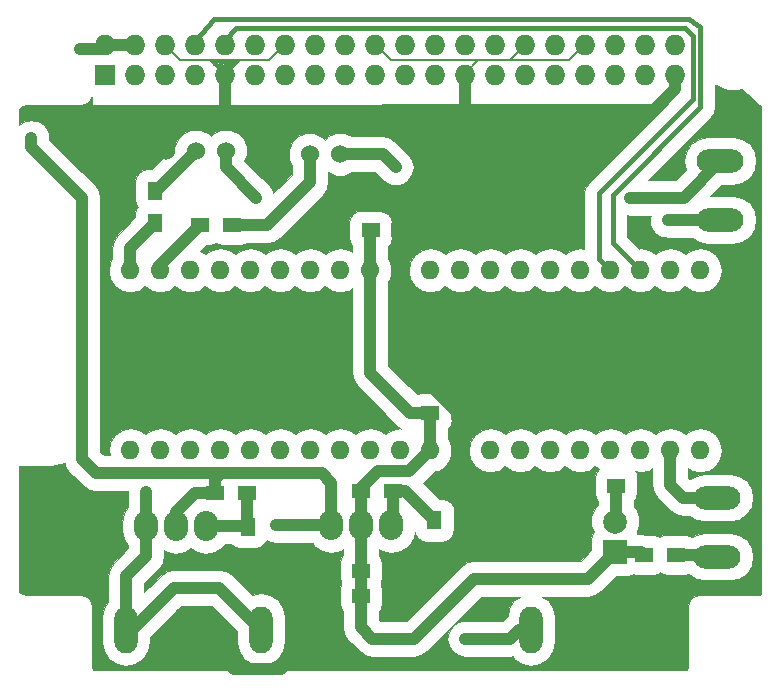
<source format=gbr>
G04 #@! TF.FileFunction,Copper,L2,Bot,Signal*
%FSLAX46Y46*%
G04 Gerber Fmt 4.6, Leading zero omitted, Abs format (unit mm)*
G04 Created by KiCad (PCBNEW 4.0.2-stable) date Sat 04 Jun 2016 09:29:27 PM CEST*
%MOMM*%
G01*
G04 APERTURE LIST*
%ADD10C,0.100000*%
%ADD11R,1.500000X1.300000*%
%ADD12R,1.500000X1.250000*%
%ADD13R,2.000000X2.000000*%
%ADD14C,2.000000*%
%ADD15R,1.727200X1.727200*%
%ADD16O,1.727200X1.727200*%
%ADD17R,1.300000X1.500000*%
%ADD18O,2.032000X2.540000*%
%ADD19O,1.600000X1.600000*%
%ADD20C,1.524000*%
%ADD21O,1.981200X3.962400*%
%ADD22O,3.962400X1.981200*%
%ADD23C,0.889000*%
%ADD24C,1.000000*%
%ADD25C,0.200000*%
%ADD26C,0.400000*%
%ADD27C,0.500000*%
%ADD28C,0.050000*%
G04 APERTURE END LIST*
D10*
D11*
X156570000Y-110844000D03*
X153870000Y-110844000D03*
D12*
X135770000Y-89230000D03*
X138270000Y-89230000D03*
X140840000Y-104680000D03*
X143340000Y-104680000D03*
X134960000Y-120220000D03*
X137460000Y-120220000D03*
X134960000Y-118030000D03*
X137460000Y-118030000D03*
D13*
X156490000Y-116432000D03*
D14*
X156490000Y-113892000D03*
D15*
X113260000Y-76060000D03*
D16*
X113260000Y-73520000D03*
X115800000Y-76060000D03*
X115800000Y-73520000D03*
X118340000Y-76060000D03*
X118340000Y-73520000D03*
X120880000Y-76060000D03*
X120880000Y-73520000D03*
X123420000Y-76060000D03*
X123420000Y-73520000D03*
X125960000Y-76060000D03*
X125960000Y-73520000D03*
X128500000Y-76060000D03*
X128500000Y-73520000D03*
X131040000Y-76060000D03*
X131040000Y-73520000D03*
X133580000Y-76060000D03*
X133580000Y-73520000D03*
X136120000Y-76060000D03*
X136120000Y-73520000D03*
X138660000Y-76060000D03*
X138660000Y-73520000D03*
X141200000Y-76060000D03*
X141200000Y-73520000D03*
X143740000Y-76060000D03*
X143740000Y-73520000D03*
X146280000Y-76060000D03*
X146280000Y-73520000D03*
X148820000Y-76060000D03*
X148820000Y-73520000D03*
X151360000Y-76060000D03*
X151360000Y-73520000D03*
X153900000Y-76060000D03*
X153900000Y-73520000D03*
X156440000Y-76060000D03*
X156440000Y-73520000D03*
X158980000Y-76060000D03*
X158980000Y-73520000D03*
X161520000Y-76060000D03*
X161520000Y-73520000D03*
D11*
X122630000Y-111470000D03*
X125330000Y-111470000D03*
D17*
X125390000Y-114320000D03*
X125390000Y-117020000D03*
D11*
X158950000Y-116686000D03*
X161650000Y-116686000D03*
X124050000Y-88800000D03*
X121350000Y-88800000D03*
D17*
X117560000Y-85870000D03*
X117560000Y-88570000D03*
X141170000Y-113790000D03*
X141170000Y-116490000D03*
D11*
X135000000Y-111290000D03*
X137700000Y-111290000D03*
D18*
X119300000Y-114270000D03*
X116760000Y-114270000D03*
X121840000Y-114270000D03*
D19*
X115430000Y-107850000D03*
X117970000Y-107850000D03*
X120510000Y-107850000D03*
X123050000Y-107850000D03*
X125590000Y-107850000D03*
X128130000Y-107850000D03*
X130670000Y-107850000D03*
X133210000Y-107850000D03*
X135750000Y-107850000D03*
X138290000Y-107850000D03*
X140830000Y-107850000D03*
X143370000Y-107850000D03*
X145910000Y-107850000D03*
X148450000Y-107850000D03*
X150990000Y-107850000D03*
X153530000Y-107850000D03*
X156070000Y-107850000D03*
X158610000Y-107850000D03*
X161150000Y-107850000D03*
X163690000Y-107850000D03*
X163690000Y-92610000D03*
X161150000Y-92610000D03*
X158610000Y-92610000D03*
X156070000Y-92610000D03*
X153530000Y-92610000D03*
X150990000Y-92610000D03*
X148450000Y-92610000D03*
X145910000Y-92610000D03*
X143370000Y-92610000D03*
X140830000Y-92610000D03*
X138290000Y-92610000D03*
X135750000Y-92610000D03*
X133210000Y-92610000D03*
X130670000Y-92610000D03*
X128130000Y-92610000D03*
X125590000Y-92610000D03*
X123050000Y-92610000D03*
X120510000Y-92610000D03*
X117970000Y-92610000D03*
X115430000Y-92610000D03*
D18*
X135000000Y-114180000D03*
X132460000Y-114180000D03*
X137540000Y-114180000D03*
D20*
X130660000Y-82800000D03*
X128120000Y-82800000D03*
X133200000Y-82800000D03*
X120960000Y-82500000D03*
X118420000Y-82500000D03*
X123500000Y-82500000D03*
D21*
X149378000Y-123036000D03*
X154378000Y-123036000D03*
X126518000Y-123036000D03*
X131518000Y-123036000D03*
X115088000Y-123036000D03*
X120088000Y-123036000D03*
D22*
X165126000Y-111860000D03*
X165126000Y-116860000D03*
X165380000Y-88365000D03*
X165380000Y-83365000D03*
D23*
X115376902Y-81240914D03*
X108600000Y-110449180D03*
X111140000Y-73870000D03*
X116780000Y-111400000D03*
X143790000Y-123798000D03*
X127788000Y-114146000D03*
X107060000Y-81400000D03*
X160935000Y-88365000D03*
X137900000Y-83900000D03*
X126100000Y-86500000D03*
X157760000Y-86460000D03*
D24*
X120088000Y-123036000D02*
X120930000Y-123036000D01*
X120930000Y-123036000D02*
X124232000Y-126338000D01*
X124232000Y-126338000D02*
X128216000Y-126338000D01*
X128216000Y-126338000D02*
X131518000Y-123036000D01*
D25*
X124350000Y-75150000D02*
X123850000Y-75150000D01*
X123850000Y-75150000D02*
X123420000Y-75580000D01*
X123420000Y-75580000D02*
X123420000Y-76060000D01*
X123300000Y-74900000D02*
X124400000Y-74900000D01*
X123400000Y-75050000D02*
X123750000Y-75050000D01*
X124000000Y-75300000D02*
X123700000Y-75300000D01*
X123750000Y-75050000D02*
X124000000Y-75300000D01*
X123700000Y-75300000D02*
X123420000Y-75020000D01*
X123420000Y-75020000D02*
X123420000Y-75050000D01*
X123420000Y-76060000D02*
X123420000Y-75880000D01*
X123420000Y-75880000D02*
X124100000Y-75200000D01*
X123300000Y-74900000D02*
X124100000Y-74900000D01*
X124100000Y-74900000D02*
X124250000Y-75050000D01*
X123050000Y-75050000D02*
X123420000Y-75050000D01*
X123420000Y-75050000D02*
X123400000Y-75050000D01*
X123400000Y-75050000D02*
X124250000Y-75050000D01*
X124250000Y-75050000D02*
X124400000Y-74900000D01*
X124400000Y-74900000D02*
X124500000Y-74800000D01*
X122900000Y-75300000D02*
X122900000Y-75200000D01*
X122900000Y-75200000D02*
X123050000Y-75050000D01*
X123050000Y-75050000D02*
X123100000Y-75000000D01*
X123000000Y-75200000D02*
X122900000Y-75300000D01*
X123100000Y-75000000D02*
X123100000Y-74900000D01*
X122800000Y-75200000D02*
X122800000Y-75100000D01*
X122800000Y-75100000D02*
X123000000Y-74900000D01*
X122550000Y-75200000D02*
X122550000Y-75150000D01*
X122550000Y-75150000D02*
X122800000Y-74900000D01*
X122350000Y-74950000D02*
X122550000Y-74950000D01*
X122550000Y-74950000D02*
X122600000Y-74900000D01*
X123420000Y-74900000D02*
X123300000Y-74900000D01*
X123300000Y-74900000D02*
X123100000Y-74900000D01*
X123100000Y-74900000D02*
X123000000Y-74900000D01*
X123000000Y-74900000D02*
X122800000Y-74900000D01*
X122800000Y-74900000D02*
X122600000Y-74900000D01*
X122600000Y-74900000D02*
X122600000Y-74800000D01*
X122600000Y-75200000D02*
X122550000Y-75200000D01*
X122550000Y-75200000D02*
X122800000Y-75200000D01*
X122800000Y-75200000D02*
X123000000Y-75200000D01*
X123000000Y-75200000D02*
X123200000Y-75200000D01*
X123200000Y-75200000D02*
X123300000Y-75100000D01*
D24*
X143740000Y-76060000D02*
X143740000Y-80060000D01*
X143740000Y-80060000D02*
X143730000Y-80060000D01*
X123420000Y-76060000D02*
X123420000Y-80060000D01*
X123420000Y-80060000D02*
X123370000Y-80060000D01*
D25*
X123420000Y-76060000D02*
X123440000Y-76060000D01*
X123440000Y-76060000D02*
X124350000Y-75150000D01*
X124350000Y-75150000D02*
X124700000Y-74800000D01*
X123420000Y-76060000D02*
X123420000Y-76020000D01*
X123420000Y-76020000D02*
X122600000Y-75200000D01*
X122600000Y-75200000D02*
X122350000Y-74950000D01*
X122350000Y-74950000D02*
X122200000Y-74800000D01*
X123420000Y-76060000D02*
X123420000Y-74900000D01*
X123420000Y-74900000D02*
X123420000Y-74800000D01*
X123400000Y-74900000D02*
X123400000Y-74800000D01*
X123400000Y-74820000D02*
X123400000Y-74900000D01*
X123420000Y-74800000D02*
X123400000Y-74820000D01*
X128500000Y-73520000D02*
X128480000Y-73520000D01*
X128480000Y-73520000D02*
X127200000Y-74800000D01*
X127200000Y-74800000D02*
X124700000Y-74800000D01*
X124700000Y-74800000D02*
X124500000Y-74800000D01*
X124500000Y-74800000D02*
X123400000Y-74800000D01*
X123400000Y-74800000D02*
X122600000Y-74800000D01*
X122600000Y-74800000D02*
X122200000Y-74800000D01*
X122200000Y-74800000D02*
X119620000Y-74800000D01*
X119620000Y-74800000D02*
X118340000Y-73520000D01*
X136120000Y-73520000D02*
X136220000Y-73520000D01*
X136220000Y-73520000D02*
X137500000Y-74800000D01*
X137500000Y-74800000D02*
X144900000Y-74800000D01*
X153900000Y-73520000D02*
X153880000Y-73520000D01*
X153880000Y-73520000D02*
X152600000Y-74800000D01*
X152600000Y-74800000D02*
X147540000Y-74800000D01*
X143740000Y-76060000D02*
X143740000Y-75960000D01*
X143740000Y-75960000D02*
X144900000Y-74800000D01*
X147540000Y-74800000D02*
X148820000Y-73520000D01*
X144900000Y-74800000D02*
X147540000Y-74800000D01*
X115376902Y-81240914D02*
X115342000Y-86206000D01*
D24*
X158741314Y-80060000D02*
X143730000Y-80060000D01*
X161520000Y-77281314D02*
X158741314Y-80060000D01*
X161520000Y-76060000D02*
X161520000Y-77281314D01*
X143730000Y-80060000D02*
X130725000Y-80060000D01*
X130725000Y-80060000D02*
X123370000Y-80060000D01*
X123370000Y-80060000D02*
X118809430Y-80060000D01*
X118809430Y-80060000D02*
X118580000Y-80289430D01*
X123730000Y-80099430D02*
X123690570Y-80060000D01*
X123690570Y-80060000D02*
X123370000Y-80060000D01*
X138270000Y-89230000D02*
X138270000Y-87605000D01*
X138290000Y-92610000D02*
X138290000Y-89250000D01*
X138290000Y-89250000D02*
X138270000Y-89230000D01*
X138290000Y-92610000D02*
X138290000Y-99755000D01*
X138290000Y-99755000D02*
X143215000Y-104680000D01*
X143215000Y-104680000D02*
X143340000Y-104680000D01*
X143370000Y-107850000D02*
X143370000Y-104710000D01*
X143370000Y-104710000D02*
X143340000Y-104680000D01*
X143370000Y-111140000D02*
X143370000Y-108981370D01*
X143370000Y-115940000D02*
X143370000Y-111140000D01*
X141170000Y-116490000D02*
X142820000Y-116490000D01*
X142820000Y-116490000D02*
X143370000Y-115940000D01*
X143370000Y-108981370D02*
X143370000Y-107850000D01*
X137460000Y-118030000D02*
X140650000Y-118030000D01*
X140650000Y-118030000D02*
X141170000Y-117510000D01*
X141170000Y-117510000D02*
X141170000Y-116490000D01*
X137460000Y-120220000D02*
X137460000Y-118030000D01*
X113260000Y-73520000D02*
X115800000Y-73520000D01*
X111140000Y-73870000D02*
X112910000Y-73870000D01*
X112910000Y-73870000D02*
X113260000Y-73520000D01*
X134960000Y-120220000D02*
X134960000Y-122842000D01*
X154204000Y-118718000D02*
X156490000Y-116432000D01*
X144552000Y-118718000D02*
X154204000Y-118718000D01*
X139472000Y-123798000D02*
X144552000Y-118718000D01*
X135916000Y-123798000D02*
X139472000Y-123798000D01*
X134960000Y-122842000D02*
X135916000Y-123798000D01*
X156490000Y-116432000D02*
X158696000Y-116432000D01*
X158696000Y-116432000D02*
X158950000Y-116686000D01*
X159040000Y-116776000D02*
X158950000Y-116686000D01*
X158890000Y-116746000D02*
X158950000Y-116686000D01*
X135750000Y-92610000D02*
X135750000Y-89250000D01*
X135750000Y-89250000D02*
X135770000Y-89230000D01*
X140840000Y-104680000D02*
X139090000Y-104680000D01*
X139090000Y-104680000D02*
X135750000Y-101340000D01*
X135750000Y-101340000D02*
X135750000Y-93741370D01*
X135750000Y-93741370D02*
X135750000Y-92610000D01*
X140830000Y-107850000D02*
X140830000Y-104690000D01*
X140830000Y-104690000D02*
X140840000Y-104680000D01*
X136420000Y-109620000D02*
X139060000Y-109620000D01*
X139060000Y-109620000D02*
X140830000Y-107850000D01*
X135000000Y-111040000D02*
X136420000Y-109620000D01*
X135000000Y-111290000D02*
X135000000Y-111040000D01*
X135000000Y-114180000D02*
X135000000Y-111290000D01*
X134960000Y-120220000D02*
X134960000Y-118030000D01*
X134960000Y-118030000D02*
X134960000Y-114220000D01*
X134960000Y-114220000D02*
X135000000Y-114180000D01*
X115088000Y-123036000D02*
X115088000Y-123544000D01*
X115088000Y-123544000D02*
X119152000Y-119480000D01*
X122962000Y-119480000D02*
X126518000Y-123036000D01*
X119152000Y-119480000D02*
X122962000Y-119480000D01*
X116760000Y-114270000D02*
X116760000Y-116792000D01*
X115088000Y-118464000D02*
X115088000Y-123036000D01*
X116760000Y-116792000D02*
X115088000Y-118464000D01*
X116760000Y-114270000D02*
X116760000Y-111420000D01*
X116760000Y-111420000D02*
X116780000Y-111400000D01*
X148362000Y-123036000D02*
X149378000Y-123036000D01*
X147600000Y-123798000D02*
X148362000Y-123036000D01*
X143790000Y-123798000D02*
X147600000Y-123798000D01*
X132460000Y-114180000D02*
X127822000Y-114180000D01*
X127822000Y-114180000D02*
X127788000Y-114146000D01*
X111330000Y-86480000D02*
X107060000Y-82210000D01*
X107060000Y-82210000D02*
X107060000Y-81400000D01*
X111330000Y-108590000D02*
X111330000Y-86480000D01*
X112550000Y-109810000D02*
X111330000Y-108590000D01*
X123080000Y-109810000D02*
X112550000Y-109810000D01*
X131640000Y-109810000D02*
X132460000Y-110630000D01*
X132460000Y-110630000D02*
X132460000Y-114180000D01*
X123080000Y-109810000D02*
X131640000Y-109810000D01*
X122630000Y-110260000D02*
X123080000Y-109810000D01*
X122630000Y-111470000D02*
X122630000Y-110260000D01*
X119300000Y-114270000D02*
X119300000Y-113050000D01*
X119300000Y-113050000D02*
X120880000Y-111470000D01*
X120880000Y-111470000D02*
X122630000Y-111470000D01*
X156570000Y-110844000D02*
X156570000Y-113812000D01*
X156570000Y-113812000D02*
X156490000Y-113892000D01*
X117970000Y-92610000D02*
X117970000Y-92180000D01*
X117970000Y-92180000D02*
X121350000Y-88800000D01*
D25*
X121780000Y-88800000D02*
X121910000Y-88800000D01*
D24*
X137700000Y-111290000D02*
X138670000Y-111290000D01*
X138670000Y-111290000D02*
X141170000Y-113790000D01*
X137700000Y-111290000D02*
X137700000Y-114020000D01*
X137700000Y-114020000D02*
X137540000Y-114180000D01*
D25*
X120880000Y-73520000D02*
X120880000Y-73220000D01*
D26*
X120880000Y-73220000D02*
X122500000Y-71300000D01*
X122500000Y-71300000D02*
X162700000Y-71300000D01*
X162700000Y-71300000D02*
X163700000Y-72000000D01*
X163700000Y-72000000D02*
X163700000Y-78800000D01*
X163700000Y-78800000D02*
X156300000Y-86200000D01*
X156300000Y-86200000D02*
X156300000Y-90300000D01*
X156300000Y-90300000D02*
X158610000Y-92610000D01*
D25*
X123420000Y-73520000D02*
X123420000Y-73080000D01*
D26*
X123420000Y-73080000D02*
X124400000Y-72100000D01*
X155100000Y-91640000D02*
X156070000Y-92610000D01*
X155100000Y-86100000D02*
X155100000Y-91640000D01*
X163100000Y-78100000D02*
X155100000Y-86100000D01*
X163100000Y-72800000D02*
X163100000Y-78100000D01*
X162400000Y-72100000D02*
X163100000Y-72800000D01*
X124400000Y-72100000D02*
X162400000Y-72100000D01*
D24*
X161150000Y-107850000D02*
X161150000Y-110805000D01*
X162205000Y-111860000D02*
X165380000Y-111860000D01*
X161150000Y-110805000D02*
X162205000Y-111860000D01*
X161650000Y-116686000D02*
X164952000Y-116686000D01*
X164952000Y-116686000D02*
X165126000Y-116860000D01*
D27*
X161770000Y-116566000D02*
X161650000Y-116686000D01*
D24*
X160935000Y-88365000D02*
X165380000Y-88365000D01*
X133200000Y-82800000D02*
X136800000Y-82800000D01*
X136800000Y-82800000D02*
X137900000Y-83900000D01*
X157760000Y-86460000D02*
X162285000Y-86460000D01*
X123500000Y-83900000D02*
X126100000Y-86500000D01*
X123500000Y-82500000D02*
X123500000Y-83900000D01*
X162285000Y-86460000D02*
X165380000Y-83365000D01*
X124050000Y-88800000D02*
X127000000Y-88800000D01*
X130660000Y-85140000D02*
X130660000Y-82800000D01*
X127000000Y-88800000D02*
X130660000Y-85140000D01*
X117560000Y-85870000D02*
X117590000Y-85870000D01*
X117590000Y-85870000D02*
X120960000Y-82500000D01*
X125330000Y-111470000D02*
X125330000Y-114260000D01*
X125330000Y-114260000D02*
X125390000Y-114320000D01*
X121840000Y-114270000D02*
X125340000Y-114270000D01*
X125340000Y-114270000D02*
X125390000Y-114320000D01*
X117560000Y-88570000D02*
X117550000Y-88570000D01*
X117550000Y-88570000D02*
X115430000Y-90690000D01*
X115430000Y-90690000D02*
X115430000Y-92610000D01*
D25*
X115430000Y-92610000D02*
X115430000Y-90800000D01*
X115430000Y-90800000D02*
X117560000Y-88670000D01*
X117560000Y-88670000D02*
X117560000Y-88570000D01*
D28*
G36*
X164987909Y-76959232D02*
X165915569Y-77344431D01*
X166920024Y-77345307D01*
X167191120Y-77233293D01*
X168652676Y-78638025D01*
X168665123Y-78644520D01*
X168845000Y-78680300D01*
X168845000Y-120059700D01*
X168667536Y-120095000D01*
X163670000Y-120095000D01*
X163665123Y-120095480D01*
X163282440Y-120171600D01*
X163273428Y-120175333D01*
X162949004Y-120392106D01*
X162942106Y-120399004D01*
X162725333Y-120723428D01*
X162721600Y-120732440D01*
X162645480Y-121115123D01*
X162645000Y-121120000D01*
X162645000Y-126117536D01*
X162570330Y-126492929D01*
X162568946Y-126495000D01*
X112271054Y-126495000D01*
X112269670Y-126492929D01*
X112195000Y-126117536D01*
X112195000Y-121120000D01*
X112194520Y-121115123D01*
X112118400Y-120732440D01*
X112114667Y-120723428D01*
X111897894Y-120399004D01*
X111890996Y-120392106D01*
X111566572Y-120175333D01*
X111557560Y-120171600D01*
X111174877Y-120095480D01*
X111170000Y-120095000D01*
X106672464Y-120095000D01*
X106297071Y-120020330D01*
X105995000Y-119818493D01*
X105995000Y-109175876D01*
X106000123Y-109150123D01*
X106025876Y-109145000D01*
X108920000Y-109145000D01*
X109023844Y-109124344D01*
X109129721Y-109124344D01*
X109512404Y-109048224D01*
X109866936Y-108901373D01*
X109921084Y-109173592D01*
X110251662Y-109668338D01*
X111471662Y-110888338D01*
X111966408Y-111218916D01*
X112550000Y-111335001D01*
X112550005Y-111335000D01*
X115251908Y-111335000D01*
X115235000Y-111420000D01*
X115235000Y-112650248D01*
X114874362Y-113189981D01*
X114719000Y-113971038D01*
X114719000Y-114568962D01*
X114874362Y-115350019D01*
X115235000Y-115889752D01*
X115235000Y-116160324D01*
X114009662Y-117385662D01*
X113679084Y-117880408D01*
X113563000Y-118464000D01*
X113563000Y-120710556D01*
X113225828Y-121215168D01*
X113072400Y-121986505D01*
X113072400Y-124085495D01*
X113225828Y-124856832D01*
X113662756Y-125510739D01*
X114316663Y-125947667D01*
X115088000Y-126101095D01*
X115859337Y-125947667D01*
X116513244Y-125510739D01*
X116950172Y-124856832D01*
X117103600Y-124085495D01*
X117103600Y-123685076D01*
X119783676Y-121005000D01*
X122330324Y-121005000D01*
X124502400Y-123177076D01*
X124502400Y-124085495D01*
X124655828Y-124856832D01*
X125092756Y-125510739D01*
X125746663Y-125947667D01*
X126518000Y-126101095D01*
X127289337Y-125947667D01*
X127943244Y-125510739D01*
X128380172Y-124856832D01*
X128533600Y-124085495D01*
X128533600Y-121986505D01*
X128380172Y-121215168D01*
X127943244Y-120561261D01*
X127289337Y-120124333D01*
X126518000Y-119970905D01*
X125760297Y-120121621D01*
X124040338Y-118401662D01*
X123545592Y-118071084D01*
X122962000Y-117955000D01*
X119152000Y-117955000D01*
X118568408Y-118071084D01*
X118073662Y-118401662D01*
X116613000Y-119862324D01*
X116613000Y-119095676D01*
X117838338Y-117870338D01*
X118168916Y-117375592D01*
X118285000Y-116792000D01*
X118285000Y-116298284D01*
X118518943Y-116454600D01*
X119300000Y-116609962D01*
X120081057Y-116454600D01*
X120570000Y-116127899D01*
X121058943Y-116454600D01*
X121840000Y-116609962D01*
X122621057Y-116454600D01*
X123283205Y-116012167D01*
X123428311Y-115795000D01*
X123988496Y-115795000D01*
X123990879Y-115798704D01*
X124333405Y-116032742D01*
X124740000Y-116115080D01*
X126040000Y-116115080D01*
X126419842Y-116043608D01*
X126768704Y-115819121D01*
X127002742Y-115476595D01*
X127010795Y-115436830D01*
X127238408Y-115588916D01*
X127822000Y-115705000D01*
X130871689Y-115705000D01*
X131016795Y-115922167D01*
X131678943Y-116364600D01*
X132460000Y-116519962D01*
X133241057Y-116364600D01*
X133435000Y-116235011D01*
X133435000Y-116723635D01*
X133247258Y-116998405D01*
X133164920Y-117405000D01*
X133164920Y-118655000D01*
X133236392Y-119034842D01*
X133292551Y-119122116D01*
X133247258Y-119188405D01*
X133164920Y-119595000D01*
X133164920Y-120845000D01*
X133236392Y-121224842D01*
X133435000Y-121533487D01*
X133435000Y-122842000D01*
X133551084Y-123425592D01*
X133881662Y-123920338D01*
X134837662Y-124876338D01*
X135332408Y-125206916D01*
X135916000Y-125323000D01*
X139472000Y-125323000D01*
X140055592Y-125206916D01*
X140550338Y-124876338D01*
X145183676Y-120243000D01*
X148429066Y-120243000D01*
X147952756Y-120561261D01*
X147515828Y-121215168D01*
X147381086Y-121892566D01*
X147283662Y-121957662D01*
X146968324Y-122273000D01*
X143790000Y-122273000D01*
X143512202Y-122328258D01*
X143498981Y-122328246D01*
X143486654Y-122333339D01*
X143206408Y-122389084D01*
X142970904Y-122546442D01*
X142958683Y-122551492D01*
X142949242Y-122560916D01*
X142711662Y-122719662D01*
X142554304Y-122955165D01*
X142544945Y-122964508D01*
X142539829Y-122976829D01*
X142381084Y-123214408D01*
X142325827Y-123492204D01*
X142320756Y-123504416D01*
X142320744Y-123517755D01*
X142265000Y-123798000D01*
X142320258Y-124075798D01*
X142320246Y-124089019D01*
X142325339Y-124101346D01*
X142381084Y-124381592D01*
X142538442Y-124617096D01*
X142543492Y-124629317D01*
X142552916Y-124638758D01*
X142711662Y-124876338D01*
X142947165Y-125033696D01*
X142956508Y-125043055D01*
X142968829Y-125048171D01*
X143206408Y-125206916D01*
X143484204Y-125262173D01*
X143496416Y-125267244D01*
X143509755Y-125267256D01*
X143790000Y-125323000D01*
X147600000Y-125323000D01*
X147800645Y-125283089D01*
X147952756Y-125510739D01*
X148606663Y-125947667D01*
X149378000Y-126101095D01*
X150149337Y-125947667D01*
X150803244Y-125510739D01*
X151240172Y-124856832D01*
X151393600Y-124085495D01*
X151393600Y-121986505D01*
X151240172Y-121215168D01*
X150803244Y-120561261D01*
X150326934Y-120243000D01*
X154204000Y-120243000D01*
X154787592Y-120126916D01*
X155282338Y-119796338D01*
X156601596Y-118477080D01*
X157490000Y-118477080D01*
X157869842Y-118405608D01*
X157977866Y-118336096D01*
X158200000Y-118381080D01*
X159700000Y-118381080D01*
X160079842Y-118309608D01*
X160301014Y-118167287D01*
X160493405Y-118298742D01*
X160900000Y-118381080D01*
X162400000Y-118381080D01*
X162707965Y-118323133D01*
X163305168Y-118722172D01*
X164076505Y-118875600D01*
X166175495Y-118875600D01*
X166946832Y-118722172D01*
X167600739Y-118285244D01*
X168037667Y-117631337D01*
X168191095Y-116860000D01*
X168037667Y-116088663D01*
X167600739Y-115434756D01*
X166946832Y-114997828D01*
X166175495Y-114844400D01*
X164076505Y-114844400D01*
X163305168Y-114997828D01*
X163060965Y-115161000D01*
X162935010Y-115161000D01*
X162806595Y-115073258D01*
X162400000Y-114990920D01*
X160900000Y-114990920D01*
X160520158Y-115062392D01*
X160298986Y-115204713D01*
X160106595Y-115073258D01*
X159700000Y-114990920D01*
X159117893Y-114990920D01*
X158696000Y-114907000D01*
X158370201Y-114907000D01*
X158303934Y-114804018D01*
X158514648Y-114296565D01*
X158515351Y-113490970D01*
X158207712Y-112746428D01*
X158095000Y-112633519D01*
X158095000Y-112175365D01*
X158282742Y-111900595D01*
X158365080Y-111494000D01*
X158365080Y-110194000D01*
X158293608Y-109814158D01*
X158170861Y-109623404D01*
X158610000Y-109710754D01*
X159308397Y-109571834D01*
X159625000Y-109360287D01*
X159625000Y-110805000D01*
X159741084Y-111388592D01*
X160071662Y-111883338D01*
X161126662Y-112938338D01*
X161621408Y-113268916D01*
X162205000Y-113385000D01*
X162800556Y-113385000D01*
X163305168Y-113722172D01*
X164076505Y-113875600D01*
X166175495Y-113875600D01*
X166946832Y-113722172D01*
X167600739Y-113285244D01*
X168037667Y-112631337D01*
X168191095Y-111860000D01*
X168037667Y-111088663D01*
X167600739Y-110434756D01*
X166946832Y-109997828D01*
X166175495Y-109844400D01*
X164076505Y-109844400D01*
X163305168Y-109997828D01*
X162822208Y-110320532D01*
X162675000Y-110173324D01*
X162675000Y-109360287D01*
X162991603Y-109571834D01*
X163690000Y-109710754D01*
X164388397Y-109571834D01*
X164980470Y-109176224D01*
X165376080Y-108584151D01*
X165515000Y-107885754D01*
X165515000Y-107814246D01*
X165376080Y-107115849D01*
X164980470Y-106523776D01*
X164388397Y-106128166D01*
X163690000Y-105989246D01*
X162991603Y-106128166D01*
X162420000Y-106510098D01*
X161848397Y-106128166D01*
X161150000Y-105989246D01*
X160451603Y-106128166D01*
X159880000Y-106510098D01*
X159308397Y-106128166D01*
X158610000Y-105989246D01*
X157911603Y-106128166D01*
X157340000Y-106510098D01*
X156768397Y-106128166D01*
X156070000Y-105989246D01*
X155371603Y-106128166D01*
X154800000Y-106510098D01*
X154228397Y-106128166D01*
X153530000Y-105989246D01*
X152831603Y-106128166D01*
X152260000Y-106510098D01*
X151688397Y-106128166D01*
X150990000Y-105989246D01*
X150291603Y-106128166D01*
X149720000Y-106510098D01*
X149148397Y-106128166D01*
X148450000Y-105989246D01*
X147751603Y-106128166D01*
X147180000Y-106510098D01*
X146608397Y-106128166D01*
X145910000Y-105989246D01*
X145211603Y-106128166D01*
X144619530Y-106523776D01*
X144223920Y-107115849D01*
X144085000Y-107814246D01*
X144085000Y-107885754D01*
X144223920Y-108584151D01*
X144619530Y-109176224D01*
X145211603Y-109571834D01*
X145910000Y-109710754D01*
X146608397Y-109571834D01*
X147180000Y-109189902D01*
X147751603Y-109571834D01*
X148450000Y-109710754D01*
X149148397Y-109571834D01*
X149720000Y-109189902D01*
X150291603Y-109571834D01*
X150990000Y-109710754D01*
X151688397Y-109571834D01*
X152260000Y-109189902D01*
X152831603Y-109571834D01*
X153530000Y-109710754D01*
X154228397Y-109571834D01*
X154800000Y-109189902D01*
X155137299Y-109415277D01*
X155091296Y-109444879D01*
X154857258Y-109787405D01*
X154774920Y-110194000D01*
X154774920Y-111494000D01*
X154846392Y-111873842D01*
X155045000Y-112182487D01*
X155045000Y-112473194D01*
X154774290Y-112743432D01*
X154465352Y-113487435D01*
X154464649Y-114293030D01*
X154676818Y-114806517D01*
X154527258Y-115025405D01*
X154444920Y-115432000D01*
X154444920Y-116320404D01*
X153572324Y-117193000D01*
X144552000Y-117193000D01*
X143968408Y-117309084D01*
X143473662Y-117639662D01*
X138840324Y-122273000D01*
X136547676Y-122273000D01*
X136485000Y-122210324D01*
X136485000Y-121526365D01*
X136672742Y-121251595D01*
X136755080Y-120845000D01*
X136755080Y-119595000D01*
X136683608Y-119215158D01*
X136627449Y-119127884D01*
X136672742Y-119061595D01*
X136755080Y-118655000D01*
X136755080Y-117405000D01*
X136683608Y-117025158D01*
X136485000Y-116716513D01*
X136485000Y-116181557D01*
X136758943Y-116364600D01*
X137540000Y-116519962D01*
X138321057Y-116364600D01*
X138983205Y-115922167D01*
X139425638Y-115260019D01*
X139520585Y-114782689D01*
X139546392Y-114919842D01*
X139770879Y-115268704D01*
X140113405Y-115502742D01*
X140520000Y-115585080D01*
X141820000Y-115585080D01*
X142199842Y-115513608D01*
X142548704Y-115289121D01*
X142782742Y-114946595D01*
X142865080Y-114540000D01*
X142865080Y-113040000D01*
X142793608Y-112660158D01*
X142569121Y-112311296D01*
X142226595Y-112077258D01*
X141820000Y-111994920D01*
X141531596Y-111994920D01*
X140186676Y-110650000D01*
X141199400Y-109637276D01*
X141528397Y-109571834D01*
X142120470Y-109176224D01*
X142516080Y-108584151D01*
X142655000Y-107885754D01*
X142655000Y-107814246D01*
X142516080Y-107115849D01*
X142355000Y-106874775D01*
X142355000Y-106001000D01*
X142552742Y-105711595D01*
X142635080Y-105305000D01*
X142635080Y-104055000D01*
X142563608Y-103675158D01*
X142339121Y-103326296D01*
X141996595Y-103092258D01*
X141590000Y-103009920D01*
X140090000Y-103009920D01*
X139710158Y-103081392D01*
X139672378Y-103105702D01*
X137275000Y-100708324D01*
X137275000Y-93585225D01*
X137436080Y-93344151D01*
X137575000Y-92645754D01*
X137575000Y-92574246D01*
X137436080Y-91875849D01*
X137275000Y-91634775D01*
X137275000Y-90565636D01*
X137482742Y-90261595D01*
X137565080Y-89855000D01*
X137565080Y-88605000D01*
X137493608Y-88225158D01*
X137269121Y-87876296D01*
X136926595Y-87642258D01*
X136520000Y-87559920D01*
X135020000Y-87559920D01*
X134640158Y-87631392D01*
X134291296Y-87855879D01*
X134057258Y-88198405D01*
X133974920Y-88605000D01*
X133974920Y-89855000D01*
X134046392Y-90234842D01*
X134225000Y-90512406D01*
X134225000Y-91099713D01*
X133908397Y-90888166D01*
X133210000Y-90749246D01*
X132511603Y-90888166D01*
X131940000Y-91270098D01*
X131368397Y-90888166D01*
X130670000Y-90749246D01*
X129971603Y-90888166D01*
X129400000Y-91270098D01*
X128828397Y-90888166D01*
X128130000Y-90749246D01*
X127431603Y-90888166D01*
X126860000Y-91270098D01*
X126288397Y-90888166D01*
X125590000Y-90749246D01*
X124891603Y-90888166D01*
X124320000Y-91270098D01*
X123748397Y-90888166D01*
X123050000Y-90749246D01*
X122351603Y-90888166D01*
X121780000Y-91270098D01*
X121334351Y-90972325D01*
X121811596Y-90495080D01*
X122100000Y-90495080D01*
X122479842Y-90423608D01*
X122701014Y-90281287D01*
X122893405Y-90412742D01*
X123300000Y-90495080D01*
X124800000Y-90495080D01*
X125179842Y-90423608D01*
X125333083Y-90325000D01*
X127000000Y-90325000D01*
X127583592Y-90208916D01*
X128078338Y-89878338D01*
X131738338Y-86218338D01*
X132068916Y-85723592D01*
X132185000Y-85140000D01*
X132185000Y-84312635D01*
X132186424Y-84314061D01*
X132842984Y-84586689D01*
X133553897Y-84587309D01*
X134188734Y-84325000D01*
X136168324Y-84325000D01*
X136821662Y-84978338D01*
X137057165Y-85135696D01*
X137066508Y-85145055D01*
X137078829Y-85150171D01*
X137316408Y-85308916D01*
X137594204Y-85364173D01*
X137606416Y-85369244D01*
X137619755Y-85369256D01*
X137900000Y-85425000D01*
X138177798Y-85369742D01*
X138191019Y-85369754D01*
X138203346Y-85364661D01*
X138483592Y-85308916D01*
X138719096Y-85151558D01*
X138731317Y-85146508D01*
X138740758Y-85137084D01*
X138978338Y-84978338D01*
X139135696Y-84742835D01*
X139145055Y-84733492D01*
X139150171Y-84721171D01*
X139308916Y-84483592D01*
X139364173Y-84205796D01*
X139369244Y-84193584D01*
X139369256Y-84180245D01*
X139425000Y-83900000D01*
X139369742Y-83622202D01*
X139369754Y-83608981D01*
X139364661Y-83596654D01*
X139308916Y-83316408D01*
X139151558Y-83080904D01*
X139146508Y-83068683D01*
X139137084Y-83059242D01*
X138978338Y-82821662D01*
X137878338Y-81721662D01*
X137383592Y-81391084D01*
X136800000Y-81275000D01*
X134187232Y-81275000D01*
X133557016Y-81013311D01*
X132846103Y-81012691D01*
X132189068Y-81284172D01*
X131929989Y-81542800D01*
X131673576Y-81285939D01*
X131017016Y-81013311D01*
X130306103Y-81012691D01*
X129649068Y-81284172D01*
X129145939Y-81786424D01*
X128873311Y-82442984D01*
X128872691Y-83153897D01*
X129135000Y-83788734D01*
X129135000Y-84508324D01*
X127545085Y-86098239D01*
X127508916Y-85916408D01*
X127351558Y-85680904D01*
X127346508Y-85668683D01*
X127337084Y-85659242D01*
X127178338Y-85421662D01*
X125089229Y-83332553D01*
X125286689Y-82857016D01*
X125287309Y-82146103D01*
X125015828Y-81489068D01*
X124513576Y-80985939D01*
X123857016Y-80713311D01*
X123146103Y-80712691D01*
X122489068Y-80984172D01*
X122229989Y-81242800D01*
X121973576Y-80985939D01*
X121317016Y-80713311D01*
X120606103Y-80712691D01*
X119949068Y-80984172D01*
X119445939Y-81486424D01*
X119182522Y-82120802D01*
X117228404Y-84074920D01*
X116910000Y-84074920D01*
X116530158Y-84146392D01*
X116181296Y-84370879D01*
X115947258Y-84713405D01*
X115864920Y-85120000D01*
X115864920Y-86620000D01*
X115936392Y-86999842D01*
X116078713Y-87221014D01*
X115947258Y-87413405D01*
X115864920Y-87820000D01*
X115864920Y-88098404D01*
X114351662Y-89611662D01*
X114021084Y-90106408D01*
X113905000Y-90690000D01*
X113905000Y-91634775D01*
X113743920Y-91875849D01*
X113605000Y-92574246D01*
X113605000Y-92645754D01*
X113743920Y-93344151D01*
X114139530Y-93936224D01*
X114731603Y-94331834D01*
X115430000Y-94470754D01*
X116128397Y-94331834D01*
X116700000Y-93949902D01*
X117271603Y-94331834D01*
X117970000Y-94470754D01*
X118668397Y-94331834D01*
X119240000Y-93949902D01*
X119811603Y-94331834D01*
X120510000Y-94470754D01*
X121208397Y-94331834D01*
X121780000Y-93949902D01*
X122351603Y-94331834D01*
X123050000Y-94470754D01*
X123748397Y-94331834D01*
X124320000Y-93949902D01*
X124891603Y-94331834D01*
X125590000Y-94470754D01*
X126288397Y-94331834D01*
X126860000Y-93949902D01*
X127431603Y-94331834D01*
X128130000Y-94470754D01*
X128828397Y-94331834D01*
X129400000Y-93949902D01*
X129971603Y-94331834D01*
X130670000Y-94470754D01*
X131368397Y-94331834D01*
X131940000Y-93949902D01*
X132511603Y-94331834D01*
X133210000Y-94470754D01*
X133908397Y-94331834D01*
X134225000Y-94120287D01*
X134225000Y-101340000D01*
X134341084Y-101923592D01*
X134671662Y-102418338D01*
X138011662Y-105758338D01*
X138385743Y-106008291D01*
X138290000Y-105989246D01*
X137591603Y-106128166D01*
X137020000Y-106510098D01*
X136448397Y-106128166D01*
X135750000Y-105989246D01*
X135051603Y-106128166D01*
X134480000Y-106510098D01*
X133908397Y-106128166D01*
X133210000Y-105989246D01*
X132511603Y-106128166D01*
X131940000Y-106510098D01*
X131368397Y-106128166D01*
X130670000Y-105989246D01*
X129971603Y-106128166D01*
X129400000Y-106510098D01*
X128828397Y-106128166D01*
X128130000Y-105989246D01*
X127431603Y-106128166D01*
X126860000Y-106510098D01*
X126288397Y-106128166D01*
X125590000Y-105989246D01*
X124891603Y-106128166D01*
X124320000Y-106510098D01*
X123748397Y-106128166D01*
X123050000Y-105989246D01*
X122351603Y-106128166D01*
X121780000Y-106510098D01*
X121208397Y-106128166D01*
X120510000Y-105989246D01*
X119811603Y-106128166D01*
X119240000Y-106510098D01*
X118668397Y-106128166D01*
X117970000Y-105989246D01*
X117271603Y-106128166D01*
X116700000Y-106510098D01*
X116128397Y-106128166D01*
X115430000Y-105989246D01*
X114731603Y-106128166D01*
X114139530Y-106523776D01*
X113743920Y-107115849D01*
X113605000Y-107814246D01*
X113605000Y-107885754D01*
X113684415Y-108285000D01*
X113181676Y-108285000D01*
X112855000Y-107958324D01*
X112855000Y-86480000D01*
X112738916Y-85896408D01*
X112408338Y-85401662D01*
X108585000Y-81578324D01*
X108585000Y-81400000D01*
X108529742Y-81122202D01*
X108529754Y-81108981D01*
X108524661Y-81096654D01*
X108468916Y-80816408D01*
X108311558Y-80580904D01*
X108306508Y-80568683D01*
X108297084Y-80559242D01*
X108138338Y-80321662D01*
X107902835Y-80164304D01*
X107893492Y-80154945D01*
X107881171Y-80149829D01*
X107643592Y-79991084D01*
X107365796Y-79935827D01*
X107353584Y-79930756D01*
X107340245Y-79930744D01*
X107060000Y-79875000D01*
X106782202Y-79930258D01*
X106768981Y-79930246D01*
X106756654Y-79935339D01*
X106476408Y-79991084D01*
X106240904Y-80148442D01*
X106228683Y-80153492D01*
X106219242Y-80162916D01*
X105995000Y-80312750D01*
X105995000Y-78921507D01*
X106297071Y-78719670D01*
X106672464Y-78645000D01*
X111170000Y-78645000D01*
X111174877Y-78644520D01*
X111557560Y-78568400D01*
X111566572Y-78564667D01*
X111890996Y-78347894D01*
X111897894Y-78340996D01*
X112114667Y-78016572D01*
X112118400Y-78007560D01*
X112136599Y-77916069D01*
X112154110Y-77919615D01*
X112155000Y-78552592D01*
X112156719Y-78561667D01*
X112162098Y-78570007D01*
X112170297Y-78575597D01*
X112180026Y-78577557D01*
X160940281Y-78527308D01*
X154233794Y-85233794D01*
X153968248Y-85631213D01*
X153875000Y-86100000D01*
X153875000Y-90817871D01*
X153530000Y-90749246D01*
X152831603Y-90888166D01*
X152260000Y-91270098D01*
X151688397Y-90888166D01*
X150990000Y-90749246D01*
X150291603Y-90888166D01*
X149720000Y-91270098D01*
X149148397Y-90888166D01*
X148450000Y-90749246D01*
X147751603Y-90888166D01*
X147180000Y-91270098D01*
X146608397Y-90888166D01*
X145910000Y-90749246D01*
X145211603Y-90888166D01*
X144640000Y-91270098D01*
X144068397Y-90888166D01*
X143370000Y-90749246D01*
X142671603Y-90888166D01*
X142100000Y-91270098D01*
X141528397Y-90888166D01*
X140830000Y-90749246D01*
X140131603Y-90888166D01*
X139539530Y-91283776D01*
X139143920Y-91875849D01*
X139005000Y-92574246D01*
X139005000Y-92645754D01*
X139143920Y-93344151D01*
X139539530Y-93936224D01*
X140131603Y-94331834D01*
X140830000Y-94470754D01*
X141528397Y-94331834D01*
X142100000Y-93949902D01*
X142671603Y-94331834D01*
X143370000Y-94470754D01*
X144068397Y-94331834D01*
X144640000Y-93949902D01*
X145211603Y-94331834D01*
X145910000Y-94470754D01*
X146608397Y-94331834D01*
X147180000Y-93949902D01*
X147751603Y-94331834D01*
X148450000Y-94470754D01*
X149148397Y-94331834D01*
X149720000Y-93949902D01*
X150291603Y-94331834D01*
X150990000Y-94470754D01*
X151688397Y-94331834D01*
X152260000Y-93949902D01*
X152831603Y-94331834D01*
X153530000Y-94470754D01*
X154228397Y-94331834D01*
X154800000Y-93949902D01*
X155371603Y-94331834D01*
X156070000Y-94470754D01*
X156768397Y-94331834D01*
X157340000Y-93949902D01*
X157911603Y-94331834D01*
X158610000Y-94470754D01*
X159308397Y-94331834D01*
X159880000Y-93949902D01*
X160451603Y-94331834D01*
X161150000Y-94470754D01*
X161848397Y-94331834D01*
X162420000Y-93949902D01*
X162991603Y-94331834D01*
X163690000Y-94470754D01*
X164388397Y-94331834D01*
X164980470Y-93936224D01*
X165376080Y-93344151D01*
X165515000Y-92645754D01*
X165515000Y-92574246D01*
X165376080Y-91875849D01*
X164980470Y-91283776D01*
X164388397Y-90888166D01*
X163690000Y-90749246D01*
X162991603Y-90888166D01*
X162420000Y-91270098D01*
X161848397Y-90888166D01*
X161150000Y-90749246D01*
X160451603Y-90888166D01*
X159880000Y-91270098D01*
X159308397Y-90888166D01*
X158610000Y-90749246D01*
X158502951Y-90770539D01*
X157525000Y-89792588D01*
X157525000Y-87938255D01*
X157760000Y-87985000D01*
X159485587Y-87985000D01*
X159470827Y-88059204D01*
X159465756Y-88071416D01*
X159465744Y-88084755D01*
X159410000Y-88365000D01*
X159465258Y-88642798D01*
X159465246Y-88656019D01*
X159470339Y-88668346D01*
X159526084Y-88948592D01*
X159683442Y-89184096D01*
X159688492Y-89196317D01*
X159697916Y-89205758D01*
X159856662Y-89443338D01*
X160092165Y-89600696D01*
X160101508Y-89610055D01*
X160113829Y-89615171D01*
X160351408Y-89773916D01*
X160629204Y-89829173D01*
X160641416Y-89834244D01*
X160654755Y-89834256D01*
X160935000Y-89890000D01*
X163054556Y-89890000D01*
X163559168Y-90227172D01*
X164330505Y-90380600D01*
X166429495Y-90380600D01*
X167200832Y-90227172D01*
X167854739Y-89790244D01*
X168291667Y-89136337D01*
X168445095Y-88365000D01*
X168291667Y-87593663D01*
X167854739Y-86939756D01*
X167200832Y-86502828D01*
X166429495Y-86349400D01*
X164552276Y-86349400D01*
X165521076Y-85380600D01*
X166429495Y-85380600D01*
X167200832Y-85227172D01*
X167854739Y-84790244D01*
X168291667Y-84136337D01*
X168445095Y-83365000D01*
X168291667Y-82593663D01*
X167854739Y-81939756D01*
X167200832Y-81502828D01*
X166429495Y-81349400D01*
X164330505Y-81349400D01*
X163559168Y-81502828D01*
X162905261Y-81939756D01*
X162468333Y-82593663D01*
X162314905Y-83365000D01*
X162465621Y-84122703D01*
X161653324Y-84935000D01*
X159297412Y-84935000D01*
X164566206Y-79666206D01*
X164831752Y-79268787D01*
X164925000Y-78800000D01*
X164925000Y-76896213D01*
X164987909Y-76959232D01*
X164987909Y-76959232D01*
G37*
X164987909Y-76959232D02*
X165915569Y-77344431D01*
X166920024Y-77345307D01*
X167191120Y-77233293D01*
X168652676Y-78638025D01*
X168665123Y-78644520D01*
X168845000Y-78680300D01*
X168845000Y-120059700D01*
X168667536Y-120095000D01*
X163670000Y-120095000D01*
X163665123Y-120095480D01*
X163282440Y-120171600D01*
X163273428Y-120175333D01*
X162949004Y-120392106D01*
X162942106Y-120399004D01*
X162725333Y-120723428D01*
X162721600Y-120732440D01*
X162645480Y-121115123D01*
X162645000Y-121120000D01*
X162645000Y-126117536D01*
X162570330Y-126492929D01*
X162568946Y-126495000D01*
X112271054Y-126495000D01*
X112269670Y-126492929D01*
X112195000Y-126117536D01*
X112195000Y-121120000D01*
X112194520Y-121115123D01*
X112118400Y-120732440D01*
X112114667Y-120723428D01*
X111897894Y-120399004D01*
X111890996Y-120392106D01*
X111566572Y-120175333D01*
X111557560Y-120171600D01*
X111174877Y-120095480D01*
X111170000Y-120095000D01*
X106672464Y-120095000D01*
X106297071Y-120020330D01*
X105995000Y-119818493D01*
X105995000Y-109175876D01*
X106000123Y-109150123D01*
X106025876Y-109145000D01*
X108920000Y-109145000D01*
X109023844Y-109124344D01*
X109129721Y-109124344D01*
X109512404Y-109048224D01*
X109866936Y-108901373D01*
X109921084Y-109173592D01*
X110251662Y-109668338D01*
X111471662Y-110888338D01*
X111966408Y-111218916D01*
X112550000Y-111335001D01*
X112550005Y-111335000D01*
X115251908Y-111335000D01*
X115235000Y-111420000D01*
X115235000Y-112650248D01*
X114874362Y-113189981D01*
X114719000Y-113971038D01*
X114719000Y-114568962D01*
X114874362Y-115350019D01*
X115235000Y-115889752D01*
X115235000Y-116160324D01*
X114009662Y-117385662D01*
X113679084Y-117880408D01*
X113563000Y-118464000D01*
X113563000Y-120710556D01*
X113225828Y-121215168D01*
X113072400Y-121986505D01*
X113072400Y-124085495D01*
X113225828Y-124856832D01*
X113662756Y-125510739D01*
X114316663Y-125947667D01*
X115088000Y-126101095D01*
X115859337Y-125947667D01*
X116513244Y-125510739D01*
X116950172Y-124856832D01*
X117103600Y-124085495D01*
X117103600Y-123685076D01*
X119783676Y-121005000D01*
X122330324Y-121005000D01*
X124502400Y-123177076D01*
X124502400Y-124085495D01*
X124655828Y-124856832D01*
X125092756Y-125510739D01*
X125746663Y-125947667D01*
X126518000Y-126101095D01*
X127289337Y-125947667D01*
X127943244Y-125510739D01*
X128380172Y-124856832D01*
X128533600Y-124085495D01*
X128533600Y-121986505D01*
X128380172Y-121215168D01*
X127943244Y-120561261D01*
X127289337Y-120124333D01*
X126518000Y-119970905D01*
X125760297Y-120121621D01*
X124040338Y-118401662D01*
X123545592Y-118071084D01*
X122962000Y-117955000D01*
X119152000Y-117955000D01*
X118568408Y-118071084D01*
X118073662Y-118401662D01*
X116613000Y-119862324D01*
X116613000Y-119095676D01*
X117838338Y-117870338D01*
X118168916Y-117375592D01*
X118285000Y-116792000D01*
X118285000Y-116298284D01*
X118518943Y-116454600D01*
X119300000Y-116609962D01*
X120081057Y-116454600D01*
X120570000Y-116127899D01*
X121058943Y-116454600D01*
X121840000Y-116609962D01*
X122621057Y-116454600D01*
X123283205Y-116012167D01*
X123428311Y-115795000D01*
X123988496Y-115795000D01*
X123990879Y-115798704D01*
X124333405Y-116032742D01*
X124740000Y-116115080D01*
X126040000Y-116115080D01*
X126419842Y-116043608D01*
X126768704Y-115819121D01*
X127002742Y-115476595D01*
X127010795Y-115436830D01*
X127238408Y-115588916D01*
X127822000Y-115705000D01*
X130871689Y-115705000D01*
X131016795Y-115922167D01*
X131678943Y-116364600D01*
X132460000Y-116519962D01*
X133241057Y-116364600D01*
X133435000Y-116235011D01*
X133435000Y-116723635D01*
X133247258Y-116998405D01*
X133164920Y-117405000D01*
X133164920Y-118655000D01*
X133236392Y-119034842D01*
X133292551Y-119122116D01*
X133247258Y-119188405D01*
X133164920Y-119595000D01*
X133164920Y-120845000D01*
X133236392Y-121224842D01*
X133435000Y-121533487D01*
X133435000Y-122842000D01*
X133551084Y-123425592D01*
X133881662Y-123920338D01*
X134837662Y-124876338D01*
X135332408Y-125206916D01*
X135916000Y-125323000D01*
X139472000Y-125323000D01*
X140055592Y-125206916D01*
X140550338Y-124876338D01*
X145183676Y-120243000D01*
X148429066Y-120243000D01*
X147952756Y-120561261D01*
X147515828Y-121215168D01*
X147381086Y-121892566D01*
X147283662Y-121957662D01*
X146968324Y-122273000D01*
X143790000Y-122273000D01*
X143512202Y-122328258D01*
X143498981Y-122328246D01*
X143486654Y-122333339D01*
X143206408Y-122389084D01*
X142970904Y-122546442D01*
X142958683Y-122551492D01*
X142949242Y-122560916D01*
X142711662Y-122719662D01*
X142554304Y-122955165D01*
X142544945Y-122964508D01*
X142539829Y-122976829D01*
X142381084Y-123214408D01*
X142325827Y-123492204D01*
X142320756Y-123504416D01*
X142320744Y-123517755D01*
X142265000Y-123798000D01*
X142320258Y-124075798D01*
X142320246Y-124089019D01*
X142325339Y-124101346D01*
X142381084Y-124381592D01*
X142538442Y-124617096D01*
X142543492Y-124629317D01*
X142552916Y-124638758D01*
X142711662Y-124876338D01*
X142947165Y-125033696D01*
X142956508Y-125043055D01*
X142968829Y-125048171D01*
X143206408Y-125206916D01*
X143484204Y-125262173D01*
X143496416Y-125267244D01*
X143509755Y-125267256D01*
X143790000Y-125323000D01*
X147600000Y-125323000D01*
X147800645Y-125283089D01*
X147952756Y-125510739D01*
X148606663Y-125947667D01*
X149378000Y-126101095D01*
X150149337Y-125947667D01*
X150803244Y-125510739D01*
X151240172Y-124856832D01*
X151393600Y-124085495D01*
X151393600Y-121986505D01*
X151240172Y-121215168D01*
X150803244Y-120561261D01*
X150326934Y-120243000D01*
X154204000Y-120243000D01*
X154787592Y-120126916D01*
X155282338Y-119796338D01*
X156601596Y-118477080D01*
X157490000Y-118477080D01*
X157869842Y-118405608D01*
X157977866Y-118336096D01*
X158200000Y-118381080D01*
X159700000Y-118381080D01*
X160079842Y-118309608D01*
X160301014Y-118167287D01*
X160493405Y-118298742D01*
X160900000Y-118381080D01*
X162400000Y-118381080D01*
X162707965Y-118323133D01*
X163305168Y-118722172D01*
X164076505Y-118875600D01*
X166175495Y-118875600D01*
X166946832Y-118722172D01*
X167600739Y-118285244D01*
X168037667Y-117631337D01*
X168191095Y-116860000D01*
X168037667Y-116088663D01*
X167600739Y-115434756D01*
X166946832Y-114997828D01*
X166175495Y-114844400D01*
X164076505Y-114844400D01*
X163305168Y-114997828D01*
X163060965Y-115161000D01*
X162935010Y-115161000D01*
X162806595Y-115073258D01*
X162400000Y-114990920D01*
X160900000Y-114990920D01*
X160520158Y-115062392D01*
X160298986Y-115204713D01*
X160106595Y-115073258D01*
X159700000Y-114990920D01*
X159117893Y-114990920D01*
X158696000Y-114907000D01*
X158370201Y-114907000D01*
X158303934Y-114804018D01*
X158514648Y-114296565D01*
X158515351Y-113490970D01*
X158207712Y-112746428D01*
X158095000Y-112633519D01*
X158095000Y-112175365D01*
X158282742Y-111900595D01*
X158365080Y-111494000D01*
X158365080Y-110194000D01*
X158293608Y-109814158D01*
X158170861Y-109623404D01*
X158610000Y-109710754D01*
X159308397Y-109571834D01*
X159625000Y-109360287D01*
X159625000Y-110805000D01*
X159741084Y-111388592D01*
X160071662Y-111883338D01*
X161126662Y-112938338D01*
X161621408Y-113268916D01*
X162205000Y-113385000D01*
X162800556Y-113385000D01*
X163305168Y-113722172D01*
X164076505Y-113875600D01*
X166175495Y-113875600D01*
X166946832Y-113722172D01*
X167600739Y-113285244D01*
X168037667Y-112631337D01*
X168191095Y-111860000D01*
X168037667Y-111088663D01*
X167600739Y-110434756D01*
X166946832Y-109997828D01*
X166175495Y-109844400D01*
X164076505Y-109844400D01*
X163305168Y-109997828D01*
X162822208Y-110320532D01*
X162675000Y-110173324D01*
X162675000Y-109360287D01*
X162991603Y-109571834D01*
X163690000Y-109710754D01*
X164388397Y-109571834D01*
X164980470Y-109176224D01*
X165376080Y-108584151D01*
X165515000Y-107885754D01*
X165515000Y-107814246D01*
X165376080Y-107115849D01*
X164980470Y-106523776D01*
X164388397Y-106128166D01*
X163690000Y-105989246D01*
X162991603Y-106128166D01*
X162420000Y-106510098D01*
X161848397Y-106128166D01*
X161150000Y-105989246D01*
X160451603Y-106128166D01*
X159880000Y-106510098D01*
X159308397Y-106128166D01*
X158610000Y-105989246D01*
X157911603Y-106128166D01*
X157340000Y-106510098D01*
X156768397Y-106128166D01*
X156070000Y-105989246D01*
X155371603Y-106128166D01*
X154800000Y-106510098D01*
X154228397Y-106128166D01*
X153530000Y-105989246D01*
X152831603Y-106128166D01*
X152260000Y-106510098D01*
X151688397Y-106128166D01*
X150990000Y-105989246D01*
X150291603Y-106128166D01*
X149720000Y-106510098D01*
X149148397Y-106128166D01*
X148450000Y-105989246D01*
X147751603Y-106128166D01*
X147180000Y-106510098D01*
X146608397Y-106128166D01*
X145910000Y-105989246D01*
X145211603Y-106128166D01*
X144619530Y-106523776D01*
X144223920Y-107115849D01*
X144085000Y-107814246D01*
X144085000Y-107885754D01*
X144223920Y-108584151D01*
X144619530Y-109176224D01*
X145211603Y-109571834D01*
X145910000Y-109710754D01*
X146608397Y-109571834D01*
X147180000Y-109189902D01*
X147751603Y-109571834D01*
X148450000Y-109710754D01*
X149148397Y-109571834D01*
X149720000Y-109189902D01*
X150291603Y-109571834D01*
X150990000Y-109710754D01*
X151688397Y-109571834D01*
X152260000Y-109189902D01*
X152831603Y-109571834D01*
X153530000Y-109710754D01*
X154228397Y-109571834D01*
X154800000Y-109189902D01*
X155137299Y-109415277D01*
X155091296Y-109444879D01*
X154857258Y-109787405D01*
X154774920Y-110194000D01*
X154774920Y-111494000D01*
X154846392Y-111873842D01*
X155045000Y-112182487D01*
X155045000Y-112473194D01*
X154774290Y-112743432D01*
X154465352Y-113487435D01*
X154464649Y-114293030D01*
X154676818Y-114806517D01*
X154527258Y-115025405D01*
X154444920Y-115432000D01*
X154444920Y-116320404D01*
X153572324Y-117193000D01*
X144552000Y-117193000D01*
X143968408Y-117309084D01*
X143473662Y-117639662D01*
X138840324Y-122273000D01*
X136547676Y-122273000D01*
X136485000Y-122210324D01*
X136485000Y-121526365D01*
X136672742Y-121251595D01*
X136755080Y-120845000D01*
X136755080Y-119595000D01*
X136683608Y-119215158D01*
X136627449Y-119127884D01*
X136672742Y-119061595D01*
X136755080Y-118655000D01*
X136755080Y-117405000D01*
X136683608Y-117025158D01*
X136485000Y-116716513D01*
X136485000Y-116181557D01*
X136758943Y-116364600D01*
X137540000Y-116519962D01*
X138321057Y-116364600D01*
X138983205Y-115922167D01*
X139425638Y-115260019D01*
X139520585Y-114782689D01*
X139546392Y-114919842D01*
X139770879Y-115268704D01*
X140113405Y-115502742D01*
X140520000Y-115585080D01*
X141820000Y-115585080D01*
X142199842Y-115513608D01*
X142548704Y-115289121D01*
X142782742Y-114946595D01*
X142865080Y-114540000D01*
X142865080Y-113040000D01*
X142793608Y-112660158D01*
X142569121Y-112311296D01*
X142226595Y-112077258D01*
X141820000Y-111994920D01*
X141531596Y-111994920D01*
X140186676Y-110650000D01*
X141199400Y-109637276D01*
X141528397Y-109571834D01*
X142120470Y-109176224D01*
X142516080Y-108584151D01*
X142655000Y-107885754D01*
X142655000Y-107814246D01*
X142516080Y-107115849D01*
X142355000Y-106874775D01*
X142355000Y-106001000D01*
X142552742Y-105711595D01*
X142635080Y-105305000D01*
X142635080Y-104055000D01*
X142563608Y-103675158D01*
X142339121Y-103326296D01*
X141996595Y-103092258D01*
X141590000Y-103009920D01*
X140090000Y-103009920D01*
X139710158Y-103081392D01*
X139672378Y-103105702D01*
X137275000Y-100708324D01*
X137275000Y-93585225D01*
X137436080Y-93344151D01*
X137575000Y-92645754D01*
X137575000Y-92574246D01*
X137436080Y-91875849D01*
X137275000Y-91634775D01*
X137275000Y-90565636D01*
X137482742Y-90261595D01*
X137565080Y-89855000D01*
X137565080Y-88605000D01*
X137493608Y-88225158D01*
X137269121Y-87876296D01*
X136926595Y-87642258D01*
X136520000Y-87559920D01*
X135020000Y-87559920D01*
X134640158Y-87631392D01*
X134291296Y-87855879D01*
X134057258Y-88198405D01*
X133974920Y-88605000D01*
X133974920Y-89855000D01*
X134046392Y-90234842D01*
X134225000Y-90512406D01*
X134225000Y-91099713D01*
X133908397Y-90888166D01*
X133210000Y-90749246D01*
X132511603Y-90888166D01*
X131940000Y-91270098D01*
X131368397Y-90888166D01*
X130670000Y-90749246D01*
X129971603Y-90888166D01*
X129400000Y-91270098D01*
X128828397Y-90888166D01*
X128130000Y-90749246D01*
X127431603Y-90888166D01*
X126860000Y-91270098D01*
X126288397Y-90888166D01*
X125590000Y-90749246D01*
X124891603Y-90888166D01*
X124320000Y-91270098D01*
X123748397Y-90888166D01*
X123050000Y-90749246D01*
X122351603Y-90888166D01*
X121780000Y-91270098D01*
X121334351Y-90972325D01*
X121811596Y-90495080D01*
X122100000Y-90495080D01*
X122479842Y-90423608D01*
X122701014Y-90281287D01*
X122893405Y-90412742D01*
X123300000Y-90495080D01*
X124800000Y-90495080D01*
X125179842Y-90423608D01*
X125333083Y-90325000D01*
X127000000Y-90325000D01*
X127583592Y-90208916D01*
X128078338Y-89878338D01*
X131738338Y-86218338D01*
X132068916Y-85723592D01*
X132185000Y-85140000D01*
X132185000Y-84312635D01*
X132186424Y-84314061D01*
X132842984Y-84586689D01*
X133553897Y-84587309D01*
X134188734Y-84325000D01*
X136168324Y-84325000D01*
X136821662Y-84978338D01*
X137057165Y-85135696D01*
X137066508Y-85145055D01*
X137078829Y-85150171D01*
X137316408Y-85308916D01*
X137594204Y-85364173D01*
X137606416Y-85369244D01*
X137619755Y-85369256D01*
X137900000Y-85425000D01*
X138177798Y-85369742D01*
X138191019Y-85369754D01*
X138203346Y-85364661D01*
X138483592Y-85308916D01*
X138719096Y-85151558D01*
X138731317Y-85146508D01*
X138740758Y-85137084D01*
X138978338Y-84978338D01*
X139135696Y-84742835D01*
X139145055Y-84733492D01*
X139150171Y-84721171D01*
X139308916Y-84483592D01*
X139364173Y-84205796D01*
X139369244Y-84193584D01*
X139369256Y-84180245D01*
X139425000Y-83900000D01*
X139369742Y-83622202D01*
X139369754Y-83608981D01*
X139364661Y-83596654D01*
X139308916Y-83316408D01*
X139151558Y-83080904D01*
X139146508Y-83068683D01*
X139137084Y-83059242D01*
X138978338Y-82821662D01*
X137878338Y-81721662D01*
X137383592Y-81391084D01*
X136800000Y-81275000D01*
X134187232Y-81275000D01*
X133557016Y-81013311D01*
X132846103Y-81012691D01*
X132189068Y-81284172D01*
X131929989Y-81542800D01*
X131673576Y-81285939D01*
X131017016Y-81013311D01*
X130306103Y-81012691D01*
X129649068Y-81284172D01*
X129145939Y-81786424D01*
X128873311Y-82442984D01*
X128872691Y-83153897D01*
X129135000Y-83788734D01*
X129135000Y-84508324D01*
X127545085Y-86098239D01*
X127508916Y-85916408D01*
X127351558Y-85680904D01*
X127346508Y-85668683D01*
X127337084Y-85659242D01*
X127178338Y-85421662D01*
X125089229Y-83332553D01*
X125286689Y-82857016D01*
X125287309Y-82146103D01*
X125015828Y-81489068D01*
X124513576Y-80985939D01*
X123857016Y-80713311D01*
X123146103Y-80712691D01*
X122489068Y-80984172D01*
X122229989Y-81242800D01*
X121973576Y-80985939D01*
X121317016Y-80713311D01*
X120606103Y-80712691D01*
X119949068Y-80984172D01*
X119445939Y-81486424D01*
X119182522Y-82120802D01*
X117228404Y-84074920D01*
X116910000Y-84074920D01*
X116530158Y-84146392D01*
X116181296Y-84370879D01*
X115947258Y-84713405D01*
X115864920Y-85120000D01*
X115864920Y-86620000D01*
X115936392Y-86999842D01*
X116078713Y-87221014D01*
X115947258Y-87413405D01*
X115864920Y-87820000D01*
X115864920Y-88098404D01*
X114351662Y-89611662D01*
X114021084Y-90106408D01*
X113905000Y-90690000D01*
X113905000Y-91634775D01*
X113743920Y-91875849D01*
X113605000Y-92574246D01*
X113605000Y-92645754D01*
X113743920Y-93344151D01*
X114139530Y-93936224D01*
X114731603Y-94331834D01*
X115430000Y-94470754D01*
X116128397Y-94331834D01*
X116700000Y-93949902D01*
X117271603Y-94331834D01*
X117970000Y-94470754D01*
X118668397Y-94331834D01*
X119240000Y-93949902D01*
X119811603Y-94331834D01*
X120510000Y-94470754D01*
X121208397Y-94331834D01*
X121780000Y-93949902D01*
X122351603Y-94331834D01*
X123050000Y-94470754D01*
X123748397Y-94331834D01*
X124320000Y-93949902D01*
X124891603Y-94331834D01*
X125590000Y-94470754D01*
X126288397Y-94331834D01*
X126860000Y-93949902D01*
X127431603Y-94331834D01*
X128130000Y-94470754D01*
X128828397Y-94331834D01*
X129400000Y-93949902D01*
X129971603Y-94331834D01*
X130670000Y-94470754D01*
X131368397Y-94331834D01*
X131940000Y-93949902D01*
X132511603Y-94331834D01*
X133210000Y-94470754D01*
X133908397Y-94331834D01*
X134225000Y-94120287D01*
X134225000Y-101340000D01*
X134341084Y-101923592D01*
X134671662Y-102418338D01*
X138011662Y-105758338D01*
X138385743Y-106008291D01*
X138290000Y-105989246D01*
X137591603Y-106128166D01*
X137020000Y-106510098D01*
X136448397Y-106128166D01*
X135750000Y-105989246D01*
X135051603Y-106128166D01*
X134480000Y-106510098D01*
X133908397Y-106128166D01*
X133210000Y-105989246D01*
X132511603Y-106128166D01*
X131940000Y-106510098D01*
X131368397Y-106128166D01*
X130670000Y-105989246D01*
X129971603Y-106128166D01*
X129400000Y-106510098D01*
X128828397Y-106128166D01*
X128130000Y-105989246D01*
X127431603Y-106128166D01*
X126860000Y-106510098D01*
X126288397Y-106128166D01*
X125590000Y-105989246D01*
X124891603Y-106128166D01*
X124320000Y-106510098D01*
X123748397Y-106128166D01*
X123050000Y-105989246D01*
X122351603Y-106128166D01*
X121780000Y-106510098D01*
X121208397Y-106128166D01*
X120510000Y-105989246D01*
X119811603Y-106128166D01*
X119240000Y-106510098D01*
X118668397Y-106128166D01*
X117970000Y-105989246D01*
X117271603Y-106128166D01*
X116700000Y-106510098D01*
X116128397Y-106128166D01*
X115430000Y-105989246D01*
X114731603Y-106128166D01*
X114139530Y-106523776D01*
X113743920Y-107115849D01*
X113605000Y-107814246D01*
X113605000Y-107885754D01*
X113684415Y-108285000D01*
X113181676Y-108285000D01*
X112855000Y-107958324D01*
X112855000Y-86480000D01*
X112738916Y-85896408D01*
X112408338Y-85401662D01*
X108585000Y-81578324D01*
X108585000Y-81400000D01*
X108529742Y-81122202D01*
X108529754Y-81108981D01*
X108524661Y-81096654D01*
X108468916Y-80816408D01*
X108311558Y-80580904D01*
X108306508Y-80568683D01*
X108297084Y-80559242D01*
X108138338Y-80321662D01*
X107902835Y-80164304D01*
X107893492Y-80154945D01*
X107881171Y-80149829D01*
X107643592Y-79991084D01*
X107365796Y-79935827D01*
X107353584Y-79930756D01*
X107340245Y-79930744D01*
X107060000Y-79875000D01*
X106782202Y-79930258D01*
X106768981Y-79930246D01*
X106756654Y-79935339D01*
X106476408Y-79991084D01*
X106240904Y-80148442D01*
X106228683Y-80153492D01*
X106219242Y-80162916D01*
X105995000Y-80312750D01*
X105995000Y-78921507D01*
X106297071Y-78719670D01*
X106672464Y-78645000D01*
X111170000Y-78645000D01*
X111174877Y-78644520D01*
X111557560Y-78568400D01*
X111566572Y-78564667D01*
X111890996Y-78347894D01*
X111897894Y-78340996D01*
X112114667Y-78016572D01*
X112118400Y-78007560D01*
X112136599Y-77916069D01*
X112154110Y-77919615D01*
X112155000Y-78552592D01*
X112156719Y-78561667D01*
X112162098Y-78570007D01*
X112170297Y-78575597D01*
X112180026Y-78577557D01*
X160940281Y-78527308D01*
X154233794Y-85233794D01*
X153968248Y-85631213D01*
X153875000Y-86100000D01*
X153875000Y-90817871D01*
X153530000Y-90749246D01*
X152831603Y-90888166D01*
X152260000Y-91270098D01*
X151688397Y-90888166D01*
X150990000Y-90749246D01*
X150291603Y-90888166D01*
X149720000Y-91270098D01*
X149148397Y-90888166D01*
X148450000Y-90749246D01*
X147751603Y-90888166D01*
X147180000Y-91270098D01*
X146608397Y-90888166D01*
X145910000Y-90749246D01*
X145211603Y-90888166D01*
X144640000Y-91270098D01*
X144068397Y-90888166D01*
X143370000Y-90749246D01*
X142671603Y-90888166D01*
X142100000Y-91270098D01*
X141528397Y-90888166D01*
X140830000Y-90749246D01*
X140131603Y-90888166D01*
X139539530Y-91283776D01*
X139143920Y-91875849D01*
X139005000Y-92574246D01*
X139005000Y-92645754D01*
X139143920Y-93344151D01*
X139539530Y-93936224D01*
X140131603Y-94331834D01*
X140830000Y-94470754D01*
X141528397Y-94331834D01*
X142100000Y-93949902D01*
X142671603Y-94331834D01*
X143370000Y-94470754D01*
X144068397Y-94331834D01*
X144640000Y-93949902D01*
X145211603Y-94331834D01*
X145910000Y-94470754D01*
X146608397Y-94331834D01*
X147180000Y-93949902D01*
X147751603Y-94331834D01*
X148450000Y-94470754D01*
X149148397Y-94331834D01*
X149720000Y-93949902D01*
X150291603Y-94331834D01*
X150990000Y-94470754D01*
X151688397Y-94331834D01*
X152260000Y-93949902D01*
X152831603Y-94331834D01*
X153530000Y-94470754D01*
X154228397Y-94331834D01*
X154800000Y-93949902D01*
X155371603Y-94331834D01*
X156070000Y-94470754D01*
X156768397Y-94331834D01*
X157340000Y-93949902D01*
X157911603Y-94331834D01*
X158610000Y-94470754D01*
X159308397Y-94331834D01*
X159880000Y-93949902D01*
X160451603Y-94331834D01*
X161150000Y-94470754D01*
X161848397Y-94331834D01*
X162420000Y-93949902D01*
X162991603Y-94331834D01*
X163690000Y-94470754D01*
X164388397Y-94331834D01*
X164980470Y-93936224D01*
X165376080Y-93344151D01*
X165515000Y-92645754D01*
X165515000Y-92574246D01*
X165376080Y-91875849D01*
X164980470Y-91283776D01*
X164388397Y-90888166D01*
X163690000Y-90749246D01*
X162991603Y-90888166D01*
X162420000Y-91270098D01*
X161848397Y-90888166D01*
X161150000Y-90749246D01*
X160451603Y-90888166D01*
X159880000Y-91270098D01*
X159308397Y-90888166D01*
X158610000Y-90749246D01*
X158502951Y-90770539D01*
X157525000Y-89792588D01*
X157525000Y-87938255D01*
X157760000Y-87985000D01*
X159485587Y-87985000D01*
X159470827Y-88059204D01*
X159465756Y-88071416D01*
X159465744Y-88084755D01*
X159410000Y-88365000D01*
X159465258Y-88642798D01*
X159465246Y-88656019D01*
X159470339Y-88668346D01*
X159526084Y-88948592D01*
X159683442Y-89184096D01*
X159688492Y-89196317D01*
X159697916Y-89205758D01*
X159856662Y-89443338D01*
X160092165Y-89600696D01*
X160101508Y-89610055D01*
X160113829Y-89615171D01*
X160351408Y-89773916D01*
X160629204Y-89829173D01*
X160641416Y-89834244D01*
X160654755Y-89834256D01*
X160935000Y-89890000D01*
X163054556Y-89890000D01*
X163559168Y-90227172D01*
X164330505Y-90380600D01*
X166429495Y-90380600D01*
X167200832Y-90227172D01*
X167854739Y-89790244D01*
X168291667Y-89136337D01*
X168445095Y-88365000D01*
X168291667Y-87593663D01*
X167854739Y-86939756D01*
X167200832Y-86502828D01*
X166429495Y-86349400D01*
X164552276Y-86349400D01*
X165521076Y-85380600D01*
X166429495Y-85380600D01*
X167200832Y-85227172D01*
X167854739Y-84790244D01*
X168291667Y-84136337D01*
X168445095Y-83365000D01*
X168291667Y-82593663D01*
X167854739Y-81939756D01*
X167200832Y-81502828D01*
X166429495Y-81349400D01*
X164330505Y-81349400D01*
X163559168Y-81502828D01*
X162905261Y-81939756D01*
X162468333Y-82593663D01*
X162314905Y-83365000D01*
X162465621Y-84122703D01*
X161653324Y-84935000D01*
X159297412Y-84935000D01*
X164566206Y-79666206D01*
X164831752Y-79268787D01*
X164925000Y-78800000D01*
X164925000Y-76896213D01*
X164987909Y-76959232D01*
M02*

</source>
